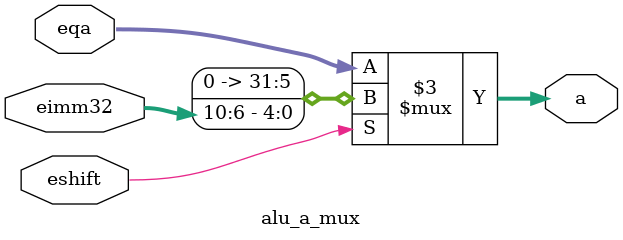
<source format=v>
`timescale 1ns / 1ps

module alu_a_mux(
    input wire [31:0] eqa,
    input wire [31:0] eimm32,
    input wire eshift,
    output reg [31:0] a
);
    always @(*)
        begin
            if(eshift) begin a = {27'b0, eimm32[10:6]};  end
            else begin a = eqa; end
        end
endmodule

</source>
